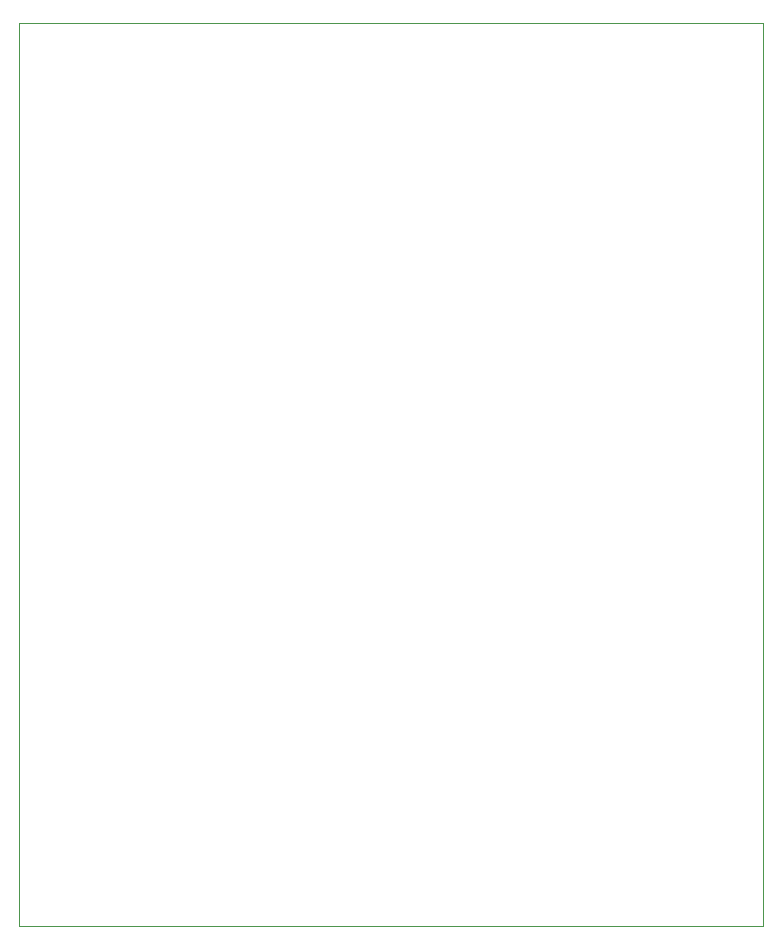
<source format=gbr>
G04 #@! TF.GenerationSoftware,KiCad,Pcbnew,5.1.3-ffb9f22~84~ubuntu18.04.1*
G04 #@! TF.CreationDate,2019-08-04T06:46:36-07:00*
G04 #@! TF.ProjectId,body_part_power,626f6479-5f70-4617-9274-5f706f776572,rev?*
G04 #@! TF.SameCoordinates,Original*
G04 #@! TF.FileFunction,Profile,NP*
%FSLAX46Y46*%
G04 Gerber Fmt 4.6, Leading zero omitted, Abs format (unit mm)*
G04 Created by KiCad (PCBNEW 5.1.3-ffb9f22~84~ubuntu18.04.1) date 2019-08-04 06:46:36*
%MOMM*%
%LPD*%
G04 APERTURE LIST*
%ADD10C,0.050000*%
G04 APERTURE END LIST*
D10*
X150500000Y-111500000D02*
X150500000Y-35000000D01*
X213500000Y-111500000D02*
X150500000Y-111500000D01*
X213500000Y-35000000D02*
X213500000Y-111500000D01*
X150500000Y-35000000D02*
X213500000Y-35000000D01*
M02*

</source>
